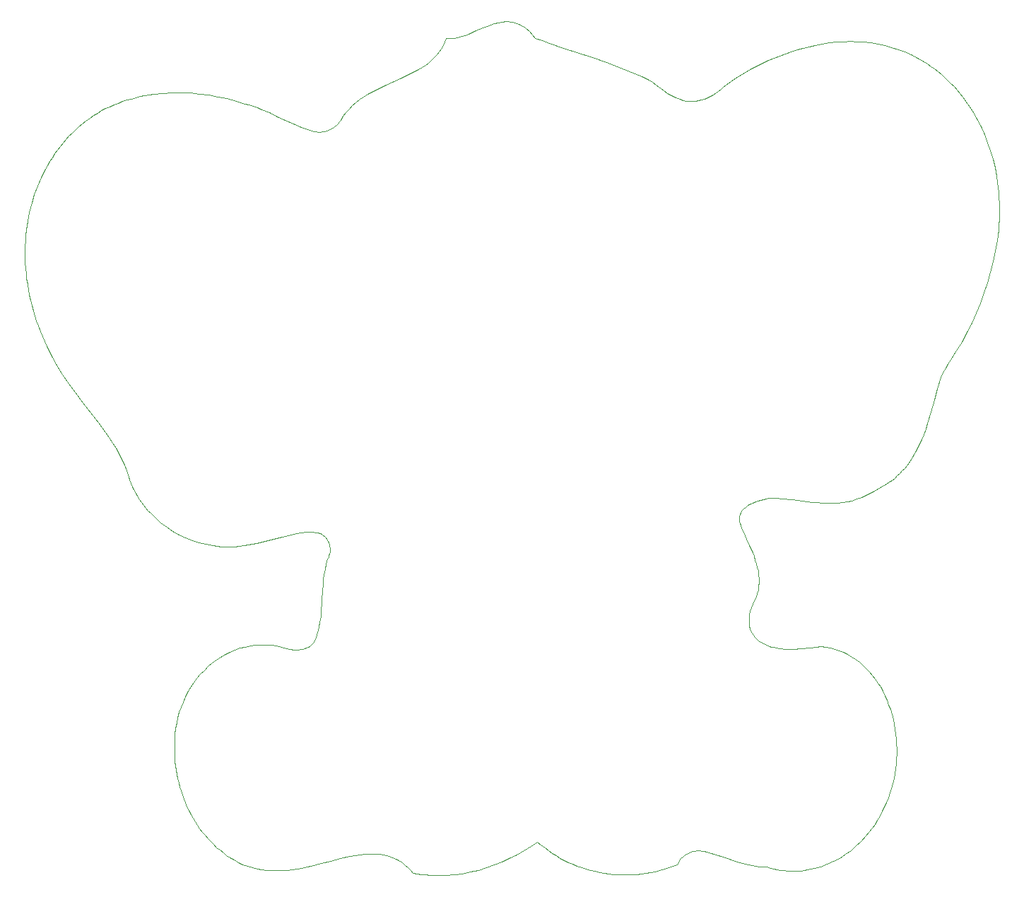
<source format=gbr>
%TF.GenerationSoftware,KiCad,Pcbnew,9.0.6*%
%TF.CreationDate,2025-12-06T15:38:28+01:00*%
%TF.ProjectId,Jumpo,4a756d70-6f2e-46b6-9963-61645f706362,rev?*%
%TF.SameCoordinates,Original*%
%TF.FileFunction,Profile,NP*%
%FSLAX46Y46*%
G04 Gerber Fmt 4.6, Leading zero omitted, Abs format (unit mm)*
G04 Created by KiCad (PCBNEW 9.0.6) date 2025-12-06 15:38:28*
%MOMM*%
%LPD*%
G01*
G04 APERTURE LIST*
%TA.AperFunction,Profile*%
%ADD10C,0.100000*%
%TD*%
G04 APERTURE END LIST*
D10*
X179512000Y-49731700D02*
X179098000Y-49408700D01*
X114549900Y-144101000D02*
X114939400Y-144321000D01*
X149328800Y-53244100D02*
X148953600Y-53167900D01*
X132919800Y-46332900D02*
X132070700Y-46021700D01*
X105558700Y-115074200D02*
X105466200Y-115699400D01*
X167678500Y-119127700D02*
X167153300Y-118949600D01*
X153797700Y-51579800D02*
X153511100Y-51826200D01*
X128267800Y-43755170D02*
X128007600Y-43731950D01*
X70328410Y-74548200D02*
X70419830Y-75191900D01*
X130912900Y-45284900D02*
X130554100Y-44905400D01*
X72733910Y-82634900D02*
X73319150Y-83802500D01*
X77007250Y-55940100D02*
X76589630Y-56291200D01*
X128149400Y-144052000D02*
X129030800Y-143603000D01*
X91074500Y-140460000D02*
X91378000Y-140865000D01*
X186871000Y-66133200D02*
X186859000Y-65489300D01*
X102082600Y-105218900D02*
X102651500Y-105104000D01*
X154069400Y-51323800D02*
X153797700Y-51579800D01*
X111394900Y-143500000D02*
X111977700Y-143504000D01*
X186831000Y-64845200D02*
X186785000Y-64201200D01*
X155850400Y-104078900D02*
X155791500Y-103862800D01*
X88669300Y-135442000D02*
X88815400Y-135930000D01*
X178282000Y-91856100D02*
X178695000Y-90486600D01*
X152917300Y-143586000D02*
X153778500Y-143859000D01*
X163231400Y-101197200D02*
X164439300Y-101338300D01*
X106388800Y-108133700D02*
X106208000Y-108744800D01*
X102783600Y-119025900D02*
X102340500Y-119021500D01*
X95292600Y-119036600D02*
X94708400Y-119277100D01*
X156873700Y-115743400D02*
X156869100Y-115291000D01*
X103643900Y-118873200D02*
X103435200Y-118934100D01*
X80275200Y-53915000D02*
X79773600Y-54151600D01*
X184575000Y-77445500D02*
X185033000Y-76234800D01*
X157719800Y-112735900D02*
X157870800Y-112292100D01*
X98443700Y-54237800D02*
X97954700Y-54048100D01*
X177542000Y-93857000D02*
X177809000Y-93199600D01*
X88043100Y-130422000D02*
X88035900Y-130926700D01*
X142859600Y-145986000D02*
X143418200Y-145951000D01*
X70453310Y-67619200D02*
X70296630Y-68696100D01*
X166065300Y-118712400D02*
X165504400Y-118657800D01*
X181064000Y-84214400D02*
X181739000Y-83174400D01*
X94223400Y-106687600D02*
X94751100Y-106687200D01*
X107780500Y-55745800D02*
X107612300Y-55951800D01*
X106315600Y-105791800D02*
X106425500Y-105984000D01*
X103435200Y-118934100D02*
X103221400Y-118979200D01*
X88103900Y-129105600D02*
X88057200Y-129763400D01*
X157225400Y-117052200D02*
X157098300Y-116787800D01*
X82308300Y-97549000D02*
X82546200Y-98272300D01*
X104368700Y-104933900D02*
X104651000Y-104945200D01*
X143198300Y-49945100D02*
X142361600Y-49593100D01*
X174333000Y-133871700D02*
X174424000Y-133280500D01*
X147565600Y-52605700D02*
X147094600Y-52318600D01*
X159882800Y-118747300D02*
X159592800Y-118677800D01*
X185465000Y-58219700D02*
X185076000Y-57241800D01*
X179916000Y-50066800D02*
X179512000Y-49731700D01*
X70527850Y-75833200D02*
X70652190Y-76471800D01*
X77984010Y-90568100D02*
X78906400Y-91760900D01*
X179857000Y-86368800D02*
X180115000Y-85806200D01*
X159592800Y-118677800D02*
X159304800Y-118592600D01*
X99627700Y-118474500D02*
X98999700Y-118427400D01*
X118094400Y-48928300D02*
X117710900Y-49186200D01*
X157637800Y-101272100D02*
X157945000Y-101158100D01*
X73700390Y-59545700D02*
X73396850Y-60000600D01*
X141180800Y-145979000D02*
X141740300Y-146001000D01*
X106186300Y-105612800D02*
X106315600Y-105791800D01*
X166850900Y-101458800D02*
X167448600Y-101431200D01*
X169817000Y-46116700D02*
X168974000Y-46099100D01*
X105870600Y-105303300D02*
X106037900Y-105449200D01*
X96499900Y-118670600D02*
X95890600Y-118834100D01*
X129890500Y-143117000D02*
X130726600Y-142596000D01*
X159553300Y-100862200D02*
X159879500Y-100853500D01*
X71509250Y-79611800D02*
X71725860Y-80227000D01*
X174087000Y-135042000D02*
X174221000Y-134459100D01*
X91599300Y-121465200D02*
X91144800Y-121944500D01*
X127743900Y-43729330D02*
X127269300Y-43759260D01*
X158073800Y-110947200D02*
X158067900Y-110496900D01*
X117710900Y-49186200D02*
X117315500Y-49428200D01*
X156916900Y-114842800D02*
X157010900Y-114401000D01*
X172327000Y-123003400D02*
X172008000Y-122547500D01*
X91794900Y-106373200D02*
X92635700Y-106527400D01*
X171856000Y-99990900D02*
X172591000Y-99590300D01*
X161040000Y-145502000D02*
X161446900Y-145539000D01*
X151517000Y-143191000D02*
X151787600Y-143258000D01*
X73396850Y-60000600D02*
X73106370Y-60464500D01*
X97954700Y-54048100D02*
X97460100Y-53873100D01*
X142361600Y-49593100D02*
X141517300Y-49259500D01*
X157001400Y-116503200D02*
X156937300Y-116198100D01*
X150127800Y-143221000D02*
X150401900Y-143167000D01*
X124448800Y-145434000D02*
X125396100Y-145155000D01*
X88057200Y-129763400D02*
X88043100Y-130422000D01*
X159304800Y-118592600D02*
X159021300Y-118491300D01*
X186807000Y-68061900D02*
X186844000Y-67419700D01*
X177809000Y-93199600D02*
X178055000Y-92532000D01*
X186100000Y-60223900D02*
X185807000Y-59214800D01*
X164687200Y-145235000D02*
X165475100Y-145005000D01*
X119735900Y-47364900D02*
X119453700Y-47717500D01*
X110223200Y-53048300D02*
X109777500Y-53391900D01*
X123490300Y-145665000D02*
X124448800Y-145434000D01*
X85154900Y-102651900D02*
X85765700Y-103251100D01*
X135758300Y-144736000D02*
X136276200Y-144943000D01*
X81022800Y-94847500D02*
X81387800Y-95497900D01*
X169716000Y-142535000D02*
X170305000Y-141966000D01*
X159182400Y-48384800D02*
X158510900Y-48693600D01*
X156937300Y-116198100D02*
X156897700Y-115970600D01*
X158126700Y-145012000D02*
X158577400Y-145043000D01*
X157870800Y-112292100D02*
X157978200Y-111845500D01*
X127743900Y-43729330D02*
X127743900Y-43729330D01*
X182348000Y-82096500D02*
X182958000Y-80966100D01*
X151787600Y-143258000D02*
X152049600Y-143350000D01*
X134633200Y-46923700D02*
X132919800Y-46332900D01*
X174494000Y-132686400D02*
X174542000Y-132090100D01*
X98999700Y-118427400D02*
X98370400Y-118424500D01*
X178055000Y-92532000D02*
X178282000Y-91856100D01*
X100309400Y-145504000D02*
X100908800Y-145492000D01*
X110812100Y-143530000D02*
X111394900Y-143500000D01*
X186866000Y-66776800D02*
X186871000Y-66133200D01*
X89547000Y-137831000D02*
X89766100Y-138290000D01*
X89963700Y-123524200D02*
X89631300Y-124091900D01*
X93259100Y-52723000D02*
X92169300Y-52528500D01*
X173653000Y-98929400D02*
X173990000Y-98687900D01*
X108581400Y-54579000D02*
X108239000Y-55034600D01*
X148550400Y-144263000D02*
X148721100Y-144045000D01*
X166246300Y-144719000D02*
X166997000Y-144379000D01*
X150960900Y-143130000D02*
X151240600Y-143148000D01*
X127743900Y-43729330D02*
X127743900Y-43729330D01*
X73955650Y-84942400D02*
X74641270Y-86052300D01*
X82683400Y-98683200D02*
X82836700Y-99086600D01*
X92083800Y-121012700D02*
X91599300Y-121465200D01*
X172561000Y-138918000D02*
X172842000Y-138392000D01*
X88421700Y-134453400D02*
X88538000Y-134950000D01*
X145628600Y-145618000D02*
X146171900Y-145487000D01*
X105883200Y-110620600D02*
X105825700Y-111255700D01*
X163358500Y-46909000D02*
X162647400Y-47108700D01*
X149704100Y-53282400D02*
X149328800Y-53244100D01*
X155791500Y-103862800D02*
X155749200Y-103646800D01*
X71261730Y-64438300D02*
X70936480Y-65486200D01*
X106046200Y-56884600D02*
X105788200Y-56934600D01*
X148315300Y-52959900D02*
X148058600Y-52854000D01*
X88320600Y-133954200D02*
X88421700Y-134453400D01*
X78906400Y-91760900D02*
X79798300Y-92970000D01*
X160841400Y-100917000D02*
X162030100Y-101045800D01*
X186686000Y-69342800D02*
X186754000Y-68703000D01*
X129262600Y-44034480D02*
X129021900Y-43938640D01*
X77057020Y-89376600D02*
X77984010Y-90568100D01*
X166450700Y-46271400D02*
X165618700Y-46401600D01*
X167448600Y-101431200D02*
X168042800Y-101372500D01*
X99116100Y-145444000D02*
X99711400Y-145488000D01*
X70792580Y-77107200D02*
X70948750Y-77739300D01*
X170305000Y-141966000D02*
X170850000Y-141359000D01*
X165647700Y-101436400D02*
X166250400Y-101459100D01*
X139810700Y-48636200D02*
X138088200Y-48053600D01*
X119145600Y-48049000D02*
X118814500Y-48360700D01*
X97460100Y-53873100D02*
X96958800Y-53715200D01*
X108953800Y-54154900D02*
X108581400Y-54579000D01*
X105788200Y-56934600D02*
X105527100Y-56961300D01*
X118463200Y-48653400D02*
X118094400Y-48928300D01*
X94337800Y-52963700D02*
X93259100Y-52723000D01*
X173756000Y-136190000D02*
X173932000Y-135619000D01*
X93880900Y-143361000D02*
X94291300Y-143662000D01*
X127248400Y-144462000D02*
X128149400Y-144052000D01*
X106635300Y-106617000D02*
X106664400Y-106839300D01*
X173148000Y-46578600D02*
X172326000Y-46403100D01*
X132070700Y-46021700D02*
X131228300Y-45696100D01*
X162978400Y-118904400D02*
X162348200Y-118949000D01*
X157505400Y-113132800D02*
X157719800Y-112735900D01*
X106568400Y-107724700D02*
X106489800Y-107933900D01*
X173409000Y-125079600D02*
X173169000Y-124533300D01*
X157193100Y-49362800D02*
X156547900Y-49722600D01*
X157621100Y-108266000D02*
X157469100Y-107829300D01*
X147094600Y-52318600D02*
X146639100Y-52004400D01*
X88820900Y-125892200D02*
X88613700Y-126518600D01*
X110229400Y-143590000D02*
X110812100Y-143530000D01*
X146639100Y-52004400D02*
X145749100Y-51342400D01*
X83602000Y-100619300D02*
X83829000Y-100981200D01*
X153210700Y-52060900D02*
X152897600Y-52281600D01*
X75411280Y-57424000D02*
X75043590Y-57826300D01*
X172907000Y-123996800D02*
X172622000Y-123470900D01*
X181061000Y-51141200D02*
X180690000Y-50772000D01*
X121960400Y-45618000D02*
X121501200Y-45698200D01*
X165043800Y-101394800D02*
X165647700Y-101436400D01*
X92370300Y-142012000D02*
X92728100Y-142369000D01*
X107225300Y-56313600D02*
X107010200Y-56467600D01*
X70296630Y-68696100D02*
X70226610Y-69347700D01*
X94140600Y-119554500D02*
X93591800Y-119867800D01*
X131228300Y-45696100D02*
X130912900Y-45284900D01*
X106208000Y-108744800D02*
X106067800Y-109363800D01*
X75791560Y-57033700D02*
X75411280Y-57424000D01*
X83932400Y-52710400D02*
X83396900Y-52835500D01*
X186859000Y-65489300D02*
X186831000Y-64845200D01*
X150078400Y-53285000D02*
X149704100Y-53282400D01*
X164439300Y-101338300D02*
X165043800Y-101394800D01*
X179076000Y-89105700D02*
X179454000Y-87728200D01*
X104651000Y-104945200D02*
X104930700Y-104971300D01*
X120567700Y-146052000D02*
X121547600Y-145977000D01*
X116911100Y-49655300D02*
X116086000Y-50069000D01*
X87104800Y-104321000D02*
X87825700Y-104788200D01*
X90720600Y-122448600D02*
X90326800Y-122975800D01*
X119989500Y-46990500D02*
X119735900Y-47364900D01*
X104720600Y-118119600D02*
X104568300Y-118296400D01*
X148404800Y-144505000D02*
X148550400Y-144263000D01*
X105626500Y-114443500D02*
X105558700Y-115074200D01*
X92026000Y-141641000D02*
X92370300Y-142012000D01*
X159033000Y-145048000D02*
X159429000Y-145176000D01*
X135248300Y-144509000D02*
X135758300Y-144736000D01*
X157144500Y-113967400D02*
X157311500Y-113544000D01*
X103224900Y-105011000D02*
X103798700Y-104950800D01*
X94708400Y-119277100D02*
X94140600Y-119554500D01*
X93064300Y-120215900D02*
X92560800Y-120597900D01*
X88575800Y-105207700D02*
X89351500Y-105577800D01*
X157469100Y-107829300D02*
X157303100Y-107397500D01*
X114939400Y-144321000D02*
X115312800Y-144568000D01*
X151240600Y-143148000D02*
X151517000Y-143191000D01*
X119453700Y-47717500D02*
X119145600Y-48049000D01*
X104227400Y-118585600D02*
X104041300Y-118700000D01*
X155726600Y-103431600D02*
X155726700Y-103217800D01*
X130554100Y-44905400D02*
X130156400Y-44565220D01*
X70134000Y-71954900D02*
X70156370Y-72605300D01*
X155287200Y-50491300D02*
X154672700Y-50899700D01*
X107903100Y-144044000D02*
X109064900Y-143782000D01*
X105002200Y-56941100D02*
X104742100Y-56892400D01*
X174221000Y-134459100D02*
X174333000Y-133871700D01*
X169631000Y-120183400D02*
X169167000Y-119872500D01*
X117618000Y-145933000D02*
X118109100Y-145990000D01*
X174556000Y-130297100D02*
X174518000Y-129700900D01*
X113723400Y-143757000D02*
X114144400Y-143912000D01*
X116086000Y-50069000D02*
X115258100Y-50435100D01*
X70175600Y-69999700D02*
X70143350Y-70651700D01*
X168421000Y-143549000D02*
X169087000Y-143064000D01*
X110687700Y-52726700D02*
X110223200Y-53048300D01*
X70156370Y-72605300D02*
X70196410Y-73254500D01*
X84588300Y-102012300D02*
X84865900Y-102337000D01*
X186785000Y-64201200D02*
X186722000Y-63557400D01*
X105181600Y-116928400D02*
X104976400Y-117529400D01*
X88108600Y-132444000D02*
X88163900Y-132948900D01*
X185033000Y-76234800D02*
X185447000Y-75008300D01*
X168042800Y-101372500D02*
X168633000Y-101278400D01*
X92728100Y-142369000D02*
X93099200Y-142714000D01*
X145080900Y-145730000D02*
X145628600Y-145618000D01*
X169217000Y-101144800D02*
X169796000Y-100967700D01*
X155497200Y-144428000D02*
X156362800Y-144680000D01*
X162030100Y-101045800D02*
X163231400Y-101197200D01*
X76151200Y-88171400D02*
X77057020Y-89376600D01*
X157963700Y-109598200D02*
X157871400Y-109151200D01*
X82836700Y-99086600D02*
X83005700Y-99482100D01*
X159861800Y-48093500D02*
X159182400Y-48384800D01*
X180690000Y-50772000D02*
X180308000Y-50413700D01*
X174457000Y-129106800D02*
X174374000Y-128515700D01*
X126329900Y-144830000D02*
X127248400Y-144462000D01*
X120211600Y-46593100D02*
X119989500Y-46990500D01*
X158067900Y-110496900D02*
X158030200Y-110047000D01*
X96232900Y-144746000D02*
X96792100Y-144954000D01*
X77437180Y-55602900D02*
X77007250Y-55940100D01*
X113142100Y-143628000D02*
X113723400Y-143757000D01*
X156798900Y-144789000D02*
X157237900Y-144882000D01*
X160230100Y-145376000D02*
X160634200Y-145448000D01*
X102105300Y-145393000D02*
X102699600Y-145308000D01*
X159429000Y-145176000D02*
X159828300Y-145285000D01*
X140065800Y-145880000D02*
X140622400Y-145939000D01*
X149860700Y-143300000D02*
X150127800Y-143221000D01*
X108239000Y-55034600D02*
X107929400Y-55524300D01*
X180729000Y-84734900D02*
X181064000Y-84214400D01*
X70936480Y-65486200D02*
X70666800Y-66547900D01*
X157847600Y-49019700D02*
X157193100Y-49362800D01*
X174374000Y-128515700D02*
X174269000Y-127928400D01*
X71956890Y-80837300D02*
X72202090Y-81442200D01*
X158901300Y-100928300D02*
X159226800Y-100886900D01*
X157978200Y-111845500D02*
X158044900Y-111397000D01*
X168189800Y-119342400D02*
X167678500Y-119127700D01*
X91071100Y-52381800D02*
X89967600Y-52284600D01*
X148721100Y-144045000D02*
X148914300Y-143849000D01*
X109646900Y-143675000D02*
X110229400Y-143590000D01*
X168686000Y-119591400D02*
X168189800Y-119342400D01*
X104930700Y-104971300D02*
X105207400Y-105013600D01*
X84069400Y-101334200D02*
X84322600Y-101678000D01*
X148058600Y-52854000D02*
X147565600Y-52605700D01*
X174759000Y-47053500D02*
X173959000Y-46795200D01*
X180409000Y-85263500D02*
X180729000Y-84734900D01*
X94291300Y-143662000D02*
X94714700Y-143948000D01*
X152049600Y-143350000D02*
X152917300Y-143586000D01*
X89342300Y-137365000D02*
X89547000Y-137831000D01*
X122855000Y-45357200D02*
X122411200Y-45502100D01*
X95150900Y-144218000D02*
X95685300Y-144501000D01*
X98525000Y-145370000D02*
X99116100Y-145444000D01*
X86653900Y-52307100D02*
X85558000Y-52424800D01*
X170850000Y-141359000D02*
X171233000Y-140899000D01*
X143418200Y-145951000D02*
X143975000Y-145896000D01*
X155912400Y-50098900D02*
X155287200Y-50491300D01*
X178237000Y-48800700D02*
X177791000Y-48516400D01*
X174574000Y-130894600D02*
X174556000Y-130297100D01*
X106672500Y-107063500D02*
X106659400Y-107287300D01*
X96449900Y-53577000D02*
X95402300Y-53248900D01*
X157098300Y-116787800D02*
X157001400Y-116503200D01*
X120550500Y-45725400D02*
X120399600Y-46171700D01*
X70226610Y-69347700D02*
X70175600Y-69999700D01*
X179454000Y-87728200D02*
X179857000Y-86368800D01*
X75373840Y-87129400D02*
X76151200Y-88171400D01*
X92169300Y-52528500D02*
X91071100Y-52381800D01*
X182057000Y-82643100D02*
X182348000Y-82096500D01*
X150680500Y-143136000D02*
X150960900Y-143130000D01*
X148579800Y-53051600D02*
X148315300Y-52959900D01*
X160773500Y-118893100D02*
X160458500Y-118840600D01*
X150819400Y-53191800D02*
X150450600Y-53254000D01*
X172260000Y-139433000D02*
X172561000Y-138918000D01*
X103289200Y-145202000D02*
X103872600Y-145075000D01*
X173340000Y-137309000D02*
X173559000Y-136753000D01*
X107929400Y-55524300D02*
X107780500Y-55745800D01*
X159879500Y-100853500D02*
X160203800Y-100860100D01*
X128007600Y-43731950D02*
X127743900Y-43729330D01*
X89631300Y-124091900D02*
X89329900Y-124677000D01*
X160458500Y-118840600D02*
X159882800Y-118747300D01*
X157756200Y-108706900D02*
X157621100Y-108266000D01*
X94714700Y-143948000D02*
X95150900Y-144218000D01*
X174936000Y-97881900D02*
X175223000Y-97581700D01*
X159021300Y-118491300D02*
X158745000Y-118373500D01*
X85013400Y-52505200D02*
X84471400Y-52600300D01*
X156252000Y-102149100D02*
X156504400Y-101930700D01*
X112560100Y-143545000D02*
X113142100Y-143628000D01*
X177062000Y-48084900D02*
X176312000Y-47697700D01*
X157762100Y-117728900D02*
X157559800Y-117522400D01*
X186641000Y-62914200D02*
X186542000Y-62271700D01*
X111168300Y-52424900D02*
X110687700Y-52726700D01*
X90509000Y-139619000D02*
X90784800Y-140044000D01*
X125463600Y-44246740D02*
X125027200Y-44427640D01*
X70129570Y-71303600D02*
X70134000Y-71954900D01*
X118814500Y-48360700D02*
X118463200Y-48653400D01*
X165475100Y-145005000D02*
X166246300Y-144719000D01*
X171596000Y-140424000D02*
X171938000Y-139935000D01*
X156869100Y-115291000D02*
X156916900Y-114842800D01*
X106745400Y-144344000D02*
X107903100Y-144044000D01*
X185814000Y-73768000D02*
X186131000Y-72515500D01*
X104041300Y-118700000D02*
X103846400Y-118795500D01*
X91695200Y-141259000D02*
X92026000Y-141641000D01*
X136801300Y-145133000D02*
X137333000Y-145304000D01*
X157984300Y-117916800D02*
X157762100Y-117728900D01*
X88035900Y-130926700D02*
X88044500Y-131432300D01*
X90149100Y-105896600D02*
X90964800Y-106162400D01*
X81295800Y-53491100D02*
X80782700Y-53694900D01*
X129030800Y-143603000D02*
X129890500Y-143117000D01*
X80782700Y-53694900D02*
X80275200Y-53915000D01*
X164794700Y-46567200D02*
X164074400Y-46728400D01*
X103242900Y-56369800D02*
X102272200Y-55971000D01*
X105782900Y-111893300D02*
X105714700Y-113171200D01*
X100975700Y-105471700D02*
X102082600Y-105218900D01*
X129724400Y-44272320D02*
X129496900Y-44146030D01*
X132841700Y-143103000D02*
X133301600Y-143421000D01*
X92560800Y-120597900D02*
X92083800Y-121012700D01*
X116332900Y-145444000D02*
X116638400Y-145770000D01*
X161446900Y-145539000D02*
X161854600Y-145558000D01*
X116638400Y-145770000D02*
X117127700Y-145859000D01*
X70948750Y-77739300D02*
X71120430Y-78367600D01*
X152897600Y-52281600D02*
X152573100Y-52486300D01*
X171495000Y-46268000D02*
X170658000Y-46172800D01*
X106659400Y-107287300D02*
X106624800Y-107508400D01*
X156547900Y-49722600D02*
X155912400Y-50098900D01*
X127269300Y-43759260D02*
X126805600Y-43832550D01*
X84471400Y-52600300D02*
X83932400Y-52710400D01*
X151542500Y-52981800D02*
X151183800Y-53100300D01*
X157380100Y-117297000D02*
X157225400Y-117052200D01*
X97893700Y-106268900D02*
X98929100Y-106022400D01*
X186604000Y-69981200D02*
X186686000Y-69342800D01*
X185447000Y-75008300D02*
X185814000Y-73768000D01*
X72314040Y-61904900D02*
X72076550Y-62399700D01*
X93099200Y-142714000D02*
X93483500Y-143044000D01*
X81387800Y-95497900D02*
X81725900Y-96163600D01*
X106782900Y-56602600D02*
X106545300Y-56717700D01*
X168130300Y-46119500D02*
X167288600Y-46177100D01*
X145301800Y-51018400D02*
X144844500Y-50714800D01*
X76184370Y-56656000D02*
X75791560Y-57033700D01*
X176572000Y-95749400D02*
X176926000Y-95133700D01*
X152238300Y-52672700D02*
X151894400Y-52838600D01*
X131536900Y-142042000D02*
X131958600Y-142414000D01*
X85765700Y-103251100D02*
X86416900Y-103808000D01*
X103735900Y-56549900D02*
X103242900Y-56369800D01*
X156897700Y-115970600D02*
X156873700Y-115743400D01*
X72829030Y-60936800D02*
X72564890Y-61417100D01*
X93165500Y-106609900D02*
X93694800Y-106662600D01*
X111662300Y-52140400D02*
X111168300Y-52424900D01*
X173990000Y-98687900D02*
X174318000Y-98433700D01*
X106624800Y-107508400D02*
X106568400Y-107724700D01*
X158030200Y-110047000D02*
X157963700Y-109598200D01*
X79798300Y-92970000D02*
X80224800Y-93585500D01*
X105825700Y-111255700D02*
X105782900Y-111893300D01*
X70143350Y-70651700D02*
X70129570Y-71303600D01*
X170913000Y-121272200D02*
X170505000Y-120885500D01*
X148914300Y-143849000D02*
X149127500Y-143677000D01*
X121501200Y-45698200D02*
X121031700Y-45736200D01*
X156559600Y-105735500D02*
X156385000Y-105342600D01*
X138413300Y-145590000D02*
X138960600Y-145705000D01*
X186844000Y-67419700D02*
X186866000Y-66776800D01*
X148953600Y-53167900D02*
X148579800Y-53051600D01*
X174542000Y-132090100D02*
X174569000Y-131492600D01*
X140622400Y-145939000D02*
X141180800Y-145979000D01*
X96958800Y-53715200D02*
X96449900Y-53577000D01*
X143975000Y-145896000D02*
X144529500Y-145823000D01*
X170505000Y-120885500D02*
X170077000Y-120521800D01*
X102699600Y-145308000D02*
X103289200Y-145202000D01*
X86416900Y-103808000D02*
X87104800Y-104321000D01*
X71725860Y-80227000D02*
X71956890Y-80837300D01*
X137870500Y-145456000D02*
X138413300Y-145590000D01*
X147768200Y-144977000D02*
X148286900Y-144768000D01*
X125904300Y-44082880D02*
X125463600Y-44246740D01*
X93591800Y-119867800D02*
X93064300Y-120215900D01*
X72202090Y-81442200D02*
X72733910Y-82634900D01*
X176181000Y-96347500D02*
X176572000Y-95749400D01*
X105961700Y-109989600D02*
X105883200Y-110620600D01*
X103872600Y-145075000D02*
X104448400Y-144930000D01*
X90247200Y-139184000D02*
X90509000Y-139619000D01*
X162647400Y-47108700D02*
X161941700Y-47327300D01*
X83829000Y-100981200D02*
X84069400Y-101334200D01*
X164871800Y-118704500D02*
X164240000Y-118769500D01*
X133301600Y-143421000D02*
X133773000Y-143720000D01*
X177249000Y-94502300D02*
X177542000Y-93857000D01*
X173306000Y-99159400D02*
X173653000Y-98929400D01*
X186395000Y-71252600D02*
X186604000Y-69981200D01*
X113196000Y-51367200D02*
X112166700Y-51870900D01*
X83189900Y-99869500D02*
X83388800Y-100248700D01*
X162262500Y-145561000D02*
X162670100Y-145546000D01*
X79773600Y-54151600D02*
X79278300Y-54405100D01*
X173559000Y-136753000D02*
X173756000Y-136190000D01*
X82033800Y-96846700D02*
X82308300Y-97549000D01*
X107010200Y-56467600D02*
X106782900Y-56602600D01*
X132393800Y-142767000D02*
X132841700Y-143103000D01*
X181770000Y-51910900D02*
X181421000Y-51521000D01*
X162348200Y-118949000D02*
X161718300Y-118961600D01*
X144529500Y-145823000D02*
X145080900Y-145730000D01*
X141517300Y-49259500D02*
X139810700Y-48636200D01*
X175751000Y-96926300D02*
X176181000Y-96347500D01*
X151894400Y-52838600D02*
X151542500Y-52981800D01*
X128775500Y-43859490D02*
X128524000Y-43798010D01*
X130726600Y-142596000D02*
X131536900Y-142042000D01*
X106489800Y-107933900D02*
X106388800Y-108133700D01*
X104235200Y-56713600D02*
X103735900Y-56549900D01*
X141740300Y-146001000D02*
X142300100Y-146003000D01*
X89152000Y-136892000D02*
X89342300Y-137365000D01*
X70253840Y-73902200D02*
X70328410Y-74548200D01*
X181739000Y-83174400D02*
X182057000Y-82643100D01*
X105264500Y-56963800D02*
X105002200Y-56941100D01*
X105714700Y-113171200D02*
X105626500Y-114443500D01*
X158223900Y-118086600D02*
X157984300Y-117916800D01*
X95890600Y-118834100D02*
X95292600Y-119036600D01*
X170369000Y-100743000D02*
X171856000Y-99990900D01*
X144026400Y-50318100D02*
X143198300Y-49945100D01*
X90964800Y-106162400D02*
X91794900Y-106373200D01*
X100251800Y-118566800D02*
X99627700Y-118474500D01*
X180115000Y-85806200D02*
X180409000Y-85263500D01*
X177791000Y-48516400D02*
X177062000Y-48084900D01*
X120399600Y-46171700D02*
X120211600Y-46593100D01*
X88438100Y-127154900D02*
X88294500Y-127799500D01*
X106545300Y-56717700D02*
X106299100Y-56811900D01*
X107426600Y-56141400D02*
X107225300Y-56313600D01*
X156362800Y-144680000D02*
X156798900Y-144789000D01*
X145749100Y-51342400D02*
X145301800Y-51018400D01*
X106299100Y-56811900D02*
X106046200Y-56884600D01*
X156941400Y-106552000D02*
X156559600Y-105735500D01*
X178673000Y-49098200D02*
X178237000Y-48800700D01*
X176926000Y-95133700D02*
X177249000Y-94502300D01*
X77879320Y-55280400D02*
X77437180Y-55602900D01*
X105480500Y-105073600D02*
X105684700Y-105177400D01*
X83005700Y-99482100D02*
X83189900Y-99869500D01*
X170658000Y-46172800D02*
X169817000Y-46116700D01*
X99408600Y-54650600D02*
X98443700Y-54237800D01*
X124161300Y-44814210D02*
X123293600Y-45189900D01*
X184640000Y-56284300D02*
X184158000Y-55350100D01*
X90784800Y-140044000D02*
X91074500Y-140460000D01*
X125396100Y-145155000D02*
X126329900Y-144830000D01*
X73106370Y-60464500D02*
X72829030Y-60936800D01*
X72076550Y-62399700D02*
X71641960Y-63408100D01*
X164288200Y-145328000D02*
X164687200Y-145235000D01*
X104448400Y-144930000D02*
X105593300Y-144650000D01*
X175543000Y-47354100D02*
X174759000Y-47053500D01*
X161941700Y-47327300D02*
X161241900Y-47564500D01*
X97939600Y-145264000D02*
X98525000Y-145370000D01*
X148286900Y-144768000D02*
X148404800Y-144505000D01*
X131958600Y-142414000D02*
X132393800Y-142767000D01*
X165618700Y-46401600D02*
X164794700Y-46567200D01*
X88976400Y-136414000D02*
X89152000Y-136892000D01*
X102340500Y-119021500D02*
X101902100Y-118974000D01*
X99711400Y-145488000D02*
X100309400Y-145504000D01*
X160634200Y-145448000D02*
X161040000Y-145502000D01*
X106515600Y-106187100D02*
X106585600Y-106398900D01*
X73319150Y-83802500D02*
X73955650Y-84942400D01*
X161241900Y-47564500D02*
X160548400Y-47819900D01*
X90326800Y-122975800D02*
X89963700Y-123524200D01*
X158745000Y-118373500D02*
X158478300Y-118238700D01*
X88861600Y-52238700D02*
X87756100Y-52245600D01*
X169796000Y-100967700D02*
X170369000Y-100743000D01*
X102651500Y-105104000D02*
X103224900Y-105011000D01*
X74016910Y-59100400D02*
X73700390Y-59545700D01*
X161854600Y-145558000D02*
X162262500Y-145561000D01*
X71307360Y-78991900D02*
X71509250Y-79611800D01*
X186542000Y-62271700D02*
X186346000Y-61244000D01*
X88815400Y-135930000D02*
X88976400Y-136414000D01*
X128524000Y-43798010D02*
X128267800Y-43755170D01*
X157338700Y-101405700D02*
X157637800Y-101272100D01*
X174633000Y-98165500D02*
X174936000Y-97881900D01*
X168974000Y-46099100D02*
X168130300Y-46119500D01*
X166997000Y-144379000D02*
X167723200Y-143988000D01*
X149603300Y-143402000D02*
X149860700Y-143300000D01*
X105593300Y-144650000D02*
X106745400Y-144344000D01*
X101478300Y-118891400D02*
X100869500Y-118705500D01*
X109353400Y-53760000D02*
X108953800Y-54154900D01*
X157945000Y-101158100D02*
X158259000Y-101063300D01*
X173626000Y-125634900D02*
X173409000Y-125079600D01*
X71641960Y-63408100D02*
X71261730Y-64438300D01*
X156006200Y-104509100D02*
X155850400Y-104078900D01*
X115669800Y-144839000D02*
X116009900Y-145132000D01*
X74346340Y-58665000D02*
X74016910Y-59100400D01*
X157303100Y-107397500D02*
X156941400Y-106552000D01*
X89329900Y-124677000D02*
X89059700Y-125277800D01*
X79278300Y-54405100D02*
X78800000Y-54680900D01*
X88183000Y-128450300D02*
X88103900Y-129105600D01*
X164074400Y-46728400D02*
X163358500Y-46909000D01*
X168633000Y-101278400D02*
X169217000Y-101144800D01*
X107612300Y-55951800D02*
X107426600Y-56141400D01*
X104568300Y-118296400D02*
X104403500Y-118451500D01*
X105466200Y-115699400D02*
X105342700Y-116318000D01*
X183534000Y-79813000D02*
X184074000Y-78638900D01*
X171938000Y-139935000D02*
X172260000Y-139433000D01*
X129496900Y-44146030D02*
X129262600Y-44034480D01*
X165504400Y-118657800D02*
X164871800Y-118704500D01*
X89766100Y-138290000D02*
X89999600Y-138741000D01*
X155726700Y-103217800D02*
X155752600Y-103006200D01*
X157680300Y-144958000D02*
X158126700Y-145012000D01*
X106067800Y-109363800D02*
X105961700Y-109989600D01*
X133773000Y-143720000D02*
X134255000Y-144002000D01*
X98929100Y-106022400D02*
X99956800Y-105751000D01*
X88044500Y-131432300D02*
X88068700Y-131938200D01*
X122411200Y-45502100D02*
X121960400Y-45618000D01*
X174569000Y-131492600D02*
X174574000Y-130894600D01*
X119584700Y-146071000D02*
X120567700Y-146052000D01*
X166250400Y-101459100D02*
X166850900Y-101458800D01*
X186131000Y-72515500D02*
X186395000Y-71252600D01*
X70652190Y-76471800D02*
X70792580Y-77107200D01*
X154672700Y-50899700D02*
X154069400Y-51323800D01*
X97118000Y-118547100D02*
X96499900Y-118670600D01*
X105527100Y-56961300D02*
X105264500Y-56963800D01*
X186346000Y-61244000D02*
X186100000Y-60223900D01*
X89967600Y-52284600D02*
X88861600Y-52238700D01*
X87756100Y-52245600D02*
X86653900Y-52307100D01*
X169087000Y-143064000D02*
X169716000Y-142535000D01*
X144844500Y-50714800D02*
X144026400Y-50318100D01*
X105342700Y-116318000D02*
X105181600Y-116928400D01*
X153511100Y-51826200D02*
X153210700Y-52060900D01*
X174318000Y-98433700D02*
X174633000Y-98165500D01*
X100908800Y-145492000D02*
X101507900Y-145455000D01*
X101902100Y-118974000D02*
X101478300Y-118891400D01*
X95278000Y-106663400D02*
X95803700Y-106618400D01*
X88538000Y-134950000D02*
X88669300Y-135442000D01*
X109064900Y-143782000D02*
X109646900Y-143675000D01*
X178695000Y-90486600D02*
X179076000Y-89105700D01*
X96851600Y-106473200D02*
X97893700Y-106268900D01*
X118600800Y-146032000D02*
X119584700Y-146071000D01*
X76589630Y-56291200D02*
X76184370Y-56656000D01*
X100869500Y-118705500D02*
X100251800Y-118566800D01*
X103798700Y-104950800D02*
X104368700Y-104933900D01*
X179098000Y-49408700D02*
X178673000Y-49098200D01*
X104742100Y-56892400D02*
X104485800Y-56816900D01*
X82546200Y-98272300D02*
X82683400Y-98683200D01*
X171665000Y-122105400D02*
X171300000Y-121679600D01*
X126351100Y-43942620D02*
X125904300Y-44082880D01*
X175496000Y-97263600D02*
X175751000Y-96926300D01*
X122522500Y-145847000D02*
X123490300Y-145665000D01*
X78333610Y-54972900D02*
X77879320Y-55280400D01*
X156770600Y-101734400D02*
X157049200Y-101559500D01*
X89351500Y-105577800D02*
X90149100Y-105896600D01*
X146710000Y-145336000D02*
X147242300Y-145166000D01*
X89059700Y-125277800D02*
X88820900Y-125892200D01*
X174518000Y-129700900D02*
X174457000Y-129106800D01*
X88294500Y-127799500D02*
X88183000Y-128450300D01*
X126805600Y-43832550D02*
X126351100Y-43942620D01*
X70196410Y-73254500D02*
X70253840Y-73902200D01*
X95803700Y-106618400D02*
X96328300Y-106554300D01*
X155752600Y-103006200D02*
X155807200Y-102797300D01*
X176312000Y-47697700D02*
X175543000Y-47354100D01*
X96792100Y-144954000D02*
X97361500Y-145126000D01*
X81725900Y-96163600D02*
X82033800Y-96846700D01*
X138088200Y-48053600D02*
X134633200Y-46923700D01*
X171300000Y-121679600D02*
X170913000Y-121272200D01*
X129944400Y-44412380D02*
X129724400Y-44272320D01*
X185076000Y-57241800D02*
X184640000Y-56284300D01*
X115258100Y-50435100D02*
X113196000Y-51367200D01*
X172008000Y-122547500D02*
X171665000Y-122105400D01*
X150450600Y-53254000D02*
X150078400Y-53285000D01*
X157010900Y-114401000D02*
X157144500Y-113967400D01*
X174142000Y-127345900D02*
X173992000Y-126768800D01*
X118109100Y-145990000D02*
X118600800Y-146032000D01*
X91144800Y-121944500D02*
X90720600Y-122448600D01*
X75043590Y-57826300D02*
X74688590Y-58240200D01*
X106585600Y-106398900D02*
X106635300Y-106617000D01*
X173959000Y-46795200D02*
X173148000Y-46578600D01*
X157871400Y-109151200D02*
X157756200Y-108706900D01*
X82865100Y-52975900D02*
X82337400Y-53131900D01*
X159828300Y-145285000D02*
X160230100Y-145376000D01*
X101314900Y-55537700D02*
X100363000Y-55090700D01*
X134255000Y-144002000D02*
X134747000Y-144265000D01*
X88234600Y-133452500D02*
X88320600Y-133954200D01*
X70419830Y-75191900D02*
X70527850Y-75833200D01*
X156014800Y-102390400D02*
X156252000Y-102149100D01*
X156192500Y-104932100D02*
X156006200Y-104509100D01*
X82337400Y-53131900D02*
X81814200Y-53303500D01*
X83388800Y-100248700D02*
X83602000Y-100619300D01*
X155749200Y-103646800D02*
X155726600Y-103431600D01*
X101507900Y-145455000D02*
X102105300Y-145393000D01*
X80224800Y-93585500D02*
X80634100Y-94210700D01*
X160548400Y-47819900D02*
X159861800Y-48093500D01*
X172622000Y-123470900D02*
X172327000Y-123003400D01*
X167153300Y-118949600D02*
X166615200Y-118810400D01*
X99956800Y-105751000D02*
X100975700Y-105471700D01*
X117127700Y-145859000D02*
X117618000Y-145933000D01*
X97361500Y-145126000D02*
X97939600Y-145264000D01*
X159226800Y-100886900D02*
X159553300Y-100862200D01*
X155893600Y-102591800D02*
X156014800Y-102390400D01*
X173992000Y-126768800D02*
X173820000Y-126198200D01*
X184158000Y-55350100D02*
X183629000Y-54442600D01*
X155807200Y-102797300D02*
X155893600Y-102591800D01*
X149358000Y-143528000D02*
X149603300Y-143402000D01*
X151183800Y-53100300D02*
X150819400Y-53191800D01*
X186722000Y-63557400D02*
X186641000Y-62914200D01*
X183054000Y-53564800D02*
X182435000Y-52719900D01*
X183629000Y-54442600D02*
X183054000Y-53564800D01*
X166615200Y-118810400D02*
X166065300Y-118712400D01*
X146171900Y-145487000D02*
X146710000Y-145336000D01*
X103221400Y-118979200D02*
X102783600Y-119025900D01*
X84865900Y-102337000D02*
X85154900Y-102651900D01*
X98370400Y-118424500D02*
X97742400Y-118464700D01*
X105207400Y-105013600D02*
X105480500Y-105073600D01*
X158510900Y-48693600D02*
X157847600Y-49019700D01*
X136276200Y-144943000D02*
X136801300Y-145133000D01*
X172326000Y-46403100D02*
X171495000Y-46268000D01*
X72564890Y-61417100D02*
X72314040Y-61904900D01*
X172842000Y-138392000D02*
X173101000Y-137855000D01*
X93694800Y-106662600D02*
X94223400Y-106687600D01*
X96328300Y-106554300D02*
X96851600Y-106473200D01*
X100363000Y-55090700D02*
X99408600Y-54650600D01*
X173932000Y-135619000D02*
X174087000Y-135042000D01*
X157559800Y-117522400D02*
X157380100Y-117297000D01*
X130156400Y-44565220D02*
X129944400Y-44412380D01*
X102272200Y-55971000D02*
X101314900Y-55537700D01*
X114144400Y-143912000D02*
X114549900Y-144101000D01*
X147242300Y-145166000D02*
X147768200Y-144977000D01*
X160203800Y-100860100D02*
X160841400Y-100917000D01*
X91378000Y-140865000D02*
X91695200Y-141259000D01*
X156504400Y-101930700D02*
X156770600Y-101734400D01*
X167288600Y-46177100D02*
X166450700Y-46271400D01*
X83396900Y-52835500D02*
X82865100Y-52975900D01*
X171233000Y-140899000D02*
X171596000Y-140424000D01*
X181421000Y-51521000D02*
X181061000Y-51141200D01*
X164240000Y-118769500D02*
X162978400Y-118904400D01*
X109777500Y-53391900D02*
X109353400Y-53760000D01*
X106037900Y-105449200D02*
X106186300Y-105612800D01*
X129021900Y-43938640D02*
X128775500Y-43859490D01*
X70666800Y-66547900D02*
X70453310Y-67619200D01*
X121547600Y-145977000D02*
X122522500Y-145847000D01*
X185807000Y-59214800D02*
X185465000Y-58219700D01*
X149127500Y-143677000D02*
X149358000Y-143528000D01*
X182958000Y-80966100D02*
X183534000Y-79813000D01*
X158577400Y-145043000D02*
X159033000Y-145048000D01*
X112166700Y-51870900D02*
X111662300Y-52140400D01*
X74688590Y-58240200D02*
X74346340Y-58665000D01*
X117315500Y-49428200D02*
X116911100Y-49655300D01*
X121031700Y-45736200D02*
X120550500Y-45725400D01*
X174424000Y-133280500D02*
X174494000Y-132686400D01*
X104485800Y-56816900D02*
X104235200Y-56713600D01*
X78800000Y-54680900D02*
X78333610Y-54972900D01*
X88163900Y-132948900D02*
X88234600Y-133452500D01*
X158578200Y-100986900D02*
X158901300Y-100928300D01*
X157237900Y-144882000D02*
X157680300Y-144958000D01*
X162670100Y-145546000D02*
X163077000Y-145515000D01*
X106425500Y-105984000D02*
X106515600Y-106187100D01*
X84322600Y-101678000D02*
X84588300Y-102012300D01*
X173101000Y-137855000D02*
X173340000Y-137309000D01*
X180308000Y-50413700D02*
X179916000Y-50066800D01*
X157049200Y-101559500D02*
X157338700Y-101405700D01*
X169167000Y-119872500D02*
X168686000Y-119591400D01*
X161718300Y-118961600D02*
X161088400Y-118929700D01*
X81814200Y-53303500D02*
X81295800Y-53491100D01*
X139511600Y-145802000D02*
X140065800Y-145880000D01*
X89999600Y-138741000D02*
X90247200Y-139184000D01*
X174269000Y-127928400D02*
X174142000Y-127345900D01*
X88068700Y-131938200D02*
X88108600Y-132444000D01*
X182435000Y-52719900D02*
X181770000Y-51910900D01*
X125027200Y-44427640D02*
X124161300Y-44814210D01*
X92635700Y-106527400D02*
X93165500Y-106609900D01*
X95402300Y-53248900D02*
X94337800Y-52963700D01*
X123293600Y-45189900D02*
X122855000Y-45357200D01*
X142300100Y-146003000D02*
X142859600Y-145986000D01*
X88613700Y-126518600D02*
X88438100Y-127154900D01*
X186754000Y-68703000D02*
X186807000Y-68061900D01*
X95685300Y-144501000D02*
X96232900Y-144746000D01*
X103846400Y-118795500D02*
X103643900Y-118873200D01*
X158044900Y-111397000D02*
X158073800Y-110947200D01*
X163482600Y-145468000D02*
X163886500Y-145406000D01*
X167723200Y-143988000D02*
X168421000Y-143549000D01*
X173820000Y-126198200D02*
X173626000Y-125634900D01*
X105684700Y-105177400D02*
X105870600Y-105303300D01*
X175223000Y-97581700D02*
X175496000Y-97263600D01*
X111977700Y-143504000D02*
X112560100Y-143545000D01*
X184074000Y-78638900D02*
X184575000Y-77445500D01*
X157311500Y-113544000D02*
X157505400Y-113132800D01*
X170077000Y-120521800D02*
X169631000Y-120183400D01*
X104976400Y-117529400D02*
X104720600Y-118119600D01*
X173169000Y-124533300D02*
X172907000Y-123996800D01*
X137333000Y-145304000D02*
X137870500Y-145456000D01*
X104403500Y-118451500D02*
X104227400Y-118585600D01*
X74641270Y-86052300D02*
X75373840Y-87129400D01*
X134747000Y-144265000D02*
X135248300Y-144509000D01*
X158478300Y-118238700D02*
X158223900Y-118086600D01*
X94751100Y-106687200D02*
X95278000Y-106663400D01*
X153778500Y-143859000D02*
X155497200Y-144428000D01*
X80634100Y-94210700D02*
X81022800Y-94847500D01*
X152573100Y-52486300D02*
X152238300Y-52672700D01*
X71120430Y-78367600D02*
X71307360Y-78991900D01*
X161088400Y-118929700D02*
X160773500Y-118893100D01*
X87825700Y-104788200D02*
X88575800Y-105207700D01*
X158259000Y-101063300D02*
X158578200Y-100986900D01*
X163077000Y-145515000D02*
X163482600Y-145468000D01*
X150401900Y-143167000D02*
X150680500Y-143136000D01*
X115312800Y-144568000D02*
X115669800Y-144839000D01*
X97742400Y-118464700D02*
X97118000Y-118547100D01*
X93483500Y-143044000D02*
X93880900Y-143361000D01*
X163886500Y-145406000D02*
X164288200Y-145328000D01*
X156385000Y-105342600D02*
X156192500Y-104932100D01*
X172591000Y-99590300D02*
X173306000Y-99159400D01*
X116009900Y-145132000D02*
X116332900Y-145444000D01*
X85558000Y-52424800D02*
X85013400Y-52505200D01*
X138960600Y-145705000D02*
X139511600Y-145802000D01*
X106664400Y-106839300D02*
X106672500Y-107063500D01*
M02*

</source>
